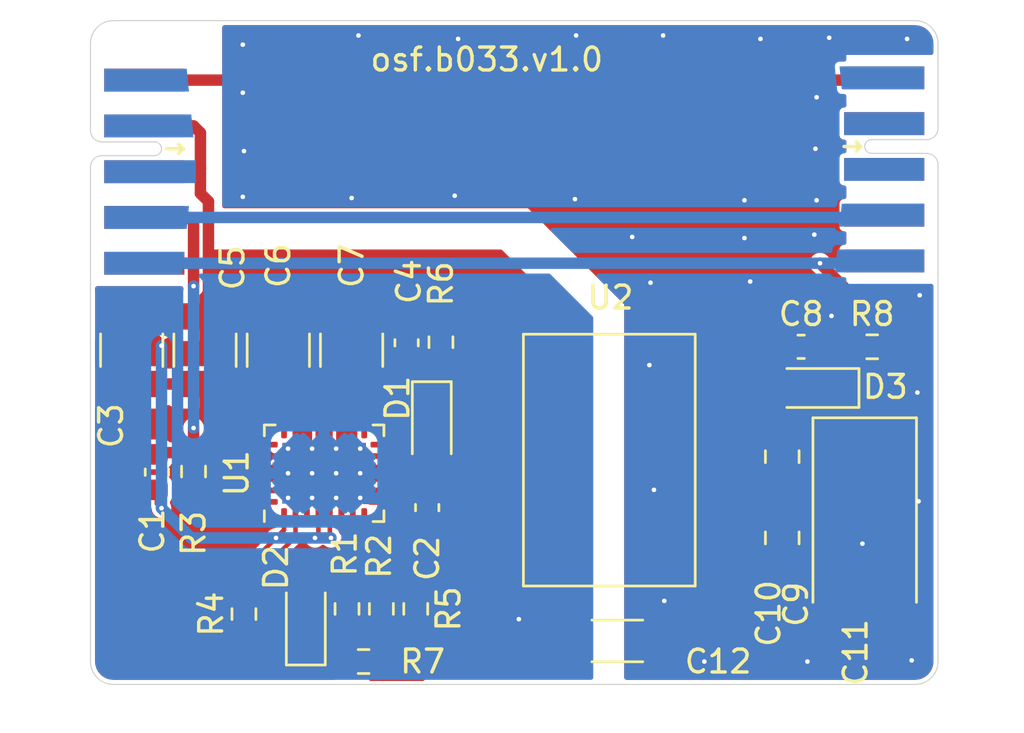
<source format=kicad_pcb>
(kicad_pcb (version 20211014) (generator pcbnew)
  (layers (0 "F.Cu" signal) (31 "B.Cu" signal) (34 "B.Paste" user) (35 "F.Paste" user) (36 "B.SilkS" user "B.Silkscreen") (37 "F.SilkS" user "F.Silkscreen") (38 "B.Mask" user) (39 "F.Mask" user) (44 "Edge.Cuts" user))
  (net 0 "")
  (net 1 "GND")
  (net 2 "Net-(C4-Pad1)")
  (net 3 "Net-(C2-Pad1)")
  (net 4 "/Controller/PoE-")
  (net 5 "/Controller/PoE+")
  (net 6 "/Controller/GNDPWR")
  (net 8 "Net-(C8-Pad2)")
  (net 9 "Net-(C8-Pad1)")
  (net 10 "/Controller/5V")
  (net 11 "Net-(D1-Pad2)")
  (net 12 "Net-(D2-Pad2)")
  (net 13 "Net-(D2-Pad1)")
  (net 16 "Net-(J2-Pad9)")
  (net 23 "Net-(R1-Pad2)")
  (net 24 "Net-(R3-Pad1)")
  (net 25 "Net-(R4-Pad2)")
  (net 26 "Net-(R5-Pad1)")
  (footprint "on_edge:on_edge_2x05_device" (layer "F.Cu") (at 77 80.6 -90)
    (fp_text reference "J1")
    (fp_text value "013_PoE_rectified")
    (fp_line (start -1 -4.05) (end -1 -3.323) (layer "F.SilkS") (width 0.153))
    (fp_line (start -1.2 -3.85) (end -1 -4.05) (layer "F.SilkS") (width 0.153))
    (fp_line (start -1 -4.05) (end -0.8 -3.85) (layer "F.SilkS") (width 0.153))
    (fp_line (start -0.2 0) (end 4 0) (layer "Edge.Cuts") (width 0.05))
    (fp_line (start -1.3 -2.8) (end -1.3 -0.5) (layer "Edge.Cuts") (width 0.05))
    (fp_line (start -4 0) (end -1.8 0) (layer "Edge.Cuts") (width 0.05))
    (fp_line (start -0.7 -0.5) (end -0.7 -2.8) (layer "Edge.Cuts") (width 0.05))
    (fp_arc (start -0.2 0) (mid -0.553553 -0.146447) (end -0.7 -0.5) (layer "Edge.Cuts") (width 0.05))
    (fp_arc (start -1.3 -0.5) (mid -1.446447 -0.146447) (end -1.8 0) (layer "Edge.Cuts") (width 0.05))
    (fp_arc (start -1.3 -2.8) (mid -1 -3.1) (end -0.7 -2.8) (layer "Edge.Cuts") (width 0.05))
    (pad "1" smd rect (at -4 -2.35 90) (size 1 3.5) (layers "F.Cu" "F.Mask") (net 1 "GND"))
    (pad "2" smd rect (at -2 -2.35 270) (size 1 3.5) (layers "F.Cu" "F.Mask") (net 5 "/Controller/PoE+"))
    (pad "3" smd rect (at 0 -2.35 270) (size 1 3.5) (layers "F.Cu" "F.Mask") (net 5 "/Controller/PoE+"))
    (pad "4" smd rect (at 2 -2.35 90) (size 1 3.5) (layers "F.Cu" "F.Mask") (net 4 "/Controller/PoE-"))
    (pad "5" smd rect (at 4 -2.35 90) (size 1 3.5) (layers "F.Cu" "F.Mask") (net 4 "/Controller/PoE-"))
    (pad "6" smd custom (at -4 -2.4 270) (size 1 3.6) (layers "B.Cu" "B.Mask") (options (clearance outline) (anchor rect)) (primitives (gr_poly (pts (xy 0.5 -1.8) (xy 0.5 -1.9) (xy -0.5 -1.8)) (width 0) (fill yes))))
    (pad "7" smd custom (at -2 -2.1 270) (size 1 3) (layers "B.Cu" "B.Mask") (options (clearance outline) (anchor rect)) (primitives (gr_poly (pts (xy 0.3 -0.51) (xy 0.31 -0.62) (xy 0.33 -0.7) (xy 0.35 -0.76) (xy 0.37 -0.81) (xy 0.4 -0.86) (xy 0.44 -0.92) (xy 0.48 -0.97) (xy 0.5 -0.99) (xy 0.5 -2.4) (xy -0.5 -2.3) (xy -0.5 1.5) (xy 0.3 1.5)) (width 0) (fill yes))))
    (pad "8" smd rect (at 0 -2.6 270) (size 1 4) (layers "B.Cu" "B.Mask"))
    (pad "9" smd custom (at 2 -2.4 270) (size 1 3.6) (layers "B.Cu" "B.Mask") (net 16 "Net-(J2-Pad9)") (options (clearance outline) (anchor rect)) (primitives (gr_poly (pts (xy -0.5 -1.8) (xy -0.5 -1.9) (xy 0.5 -1.8)) (width 0) (fill yes))))
    (pad "10" smd custom (at 4 -2.3 270) (size 1 3.4) (layers "B.Cu" "B.Mask") (net 10 "/Controller/5V") (options (clearance outline) (anchor rect)) (primitives (gr_poly (pts (xy -0.5 -1.7) (xy -0.5 -1.8) (xy 0.5 -1.7)) (width 0) (fill yes))))
    (zone (net 0) (net_name "") (layers F&B.Cu) (connect_pads (clearance 0)) (min_thickness 0.254)
      (keepout (tracks allowed) (vias not_allowed) (pads allowed) (copperpour not_allowed) (footprints not_allowed))
      (fill (thermal_gap 0.508) (thermal_bridge_width 0.508))
      (polygon (pts (xy 77 85.6) (xy 77 75.6) (xy 81 75.6) (xy 81 85.6)))
    )
  )
  (footprint "Capacitor_SMD:C_0603_1608Metric" (layer "F.Cu") (at 79.9 93.725 90)
    (fp_text reference "C1" (at -2.575 -0.2 90) (layer "F.SilkS"))
    (fp_text value "100n")
    (fp_line (start -0.14058 0.51) (end 0.14058 0.51) (layer "F.SilkS") (width 0.12))
    (fp_line (start -0.14058 -0.51) (end 0.14058 -0.51) (layer "F.SilkS") (width 0.12))
    (pad "1" smd roundrect (at -0.775 0 90) (size 0.9 0.95) (layers "F.Cu" "F.Paste" "F.Mask") (net 5 "/Controller/PoE+"))
    (pad "2" smd roundrect (at 0.775 0 90) (size 0.9 0.95) (layers "F.Cu" "F.Paste" "F.Mask") (net 4 "/Controller/PoE-"))
  )
  (footprint "Capacitor_SMD:C_0603_1608Metric" (layer "F.Cu") (at 91.7 95.275 -90)
    (fp_text reference "C2" (at 2.225 0 90) (layer "F.SilkS"))
    (fp_text value "100n")
    (fp_line (start -0.14058 0.51) (end 0.14058 0.51) (layer "F.SilkS") (width 0.12))
    (fp_line (start -0.14058 -0.51) (end 0.14058 -0.51) (layer "F.SilkS") (width 0.12))
    (pad "1" smd roundrect (at -0.775 0 270) (size 0.9 0.95) (layers "F.Cu" "F.Paste" "F.Mask") (net 3 "Net-(C2-Pad1)"))
    (pad "2" smd roundrect (at 0.775 0 270) (size 0.9 0.95) (layers "F.Cu" "F.Paste" "F.Mask") (net 6 "/Controller/GNDPWR"))
  )
  (footprint "Capacitor_SMD:C_1210_3225Metric" (layer "F.Cu") (at 78.8 88.4 -90)
    (fp_text reference "C3" (at 3.3 0.9 -270) (layer "F.SilkS"))
    (fp_text value "2.2uF")
    (fp_line (start -0.711252 -1.36) (end 0.711252 -1.36) (layer "F.SilkS") (width 0.12))
    (fp_line (start -0.711252 1.36) (end 0.711252 1.36) (layer "F.SilkS") (width 0.12))
    (pad "1" smd roundrect (at -1.475 0 270) (size 1.15 2.7) (layers "F.Cu" "F.Paste" "F.Mask") (roundrect_rratio 0.217391) (net 5 "/Controller/PoE+"))
    (pad "2" smd roundrect (at 1.475 0 270) (size 1.15 2.7) (layers "F.Cu" "F.Paste" "F.Mask") (roundrect_rratio 0.217391) (net 6 "/Controller/GNDPWR"))
  )
  (footprint "Capacitor_SMD:C_0603_1608Metric" (layer "F.Cu") (at 90.8 88.075 90)
    (fp_text reference "C4" (at 2.675 0.1 90) (layer "F.SilkS"))
    (fp_text value "10nF")
    (fp_line (start -0.14058 0.51) (end 0.14058 0.51) (layer "F.SilkS") (width 0.12))
    (fp_line (start -0.14058 -0.51) (end 0.14058 -0.51) (layer "F.SilkS") (width 0.12))
    (pad "1" smd roundrect (at -0.775 0 90) (size 0.9 0.95) (layers "F.Cu" "F.Paste" "F.Mask") (net 2 "Net-(C4-Pad1)"))
    (pad "2" smd roundrect (at 0.775 0 90) (size 0.9 0.95) (layers "F.Cu" "F.Paste" "F.Mask") (net 5 "/Controller/PoE+"))
  )
  (footprint "Capacitor_SMD:C_1210_3225Metric" (layer "F.Cu") (at 82 88.4 -90)
    (fp_text reference "C5" (at -3.6 -1.2 -270) (layer "F.SilkS"))
    (fp_text value "2.2uF")
    (fp_line (start -0.711252 1.36) (end 0.711252 1.36) (layer "F.SilkS") (width 0.12))
    (fp_line (start -0.711252 -1.36) (end 0.711252 -1.36) (layer "F.SilkS") (width 0.12))
    (pad "1" smd roundrect (at -1.475 0 270) (size 1.15 2.7) (layers "F.Cu" "F.Paste" "F.Mask") (roundrect_rratio 0.217391) (net 5 "/Controller/PoE+"))
    (pad "2" smd roundrect (at 1.475 0 270) (size 1.15 2.7) (layers "F.Cu" "F.Paste" "F.Mask") (roundrect_rratio 0.217391) (net 6 "/Controller/GNDPWR"))
  )
  (footprint "Capacitor_SMD:C_1210_3225Metric" (layer "F.Cu") (at 85.2 88.4 -90)
    (fp_text reference "C6" (at -3.7 0 -270) (layer "F.SilkS"))
    (fp_text value "2.2uF")
    (fp_line (start -0.711252 -1.36) (end 0.711252 -1.36) (layer "F.SilkS") (width 0.12))
    (fp_line (start -0.711252 1.36) (end 0.711252 1.36) (layer "F.SilkS") (width 0.12))
    (pad "1" smd roundrect (at -1.475 0 270) (size 1.15 2.7) (layers "F.Cu" "F.Paste" "F.Mask") (roundrect_rratio 0.217391) (net 5 "/Controller/PoE+"))
    (pad "2" smd roundrect (at 1.475 0 270) (size 1.15 2.7) (layers "F.Cu" "F.Paste" "F.Mask") (roundrect_rratio 0.217391) (net 6 "/Controller/GNDPWR"))
  )
  (footprint "Capacitor_SMD:C_1210_3225Metric" (layer "F.Cu") (at 88.4 88.4 -90)
    (fp_text reference "C7" (at -3.7 0 -270) (layer "F.SilkS"))
    (fp_text value "2.2uF")
    (fp_line (start -0.711252 -1.36) (end 0.711252 -1.36) (layer "F.SilkS") (width 0.12))
    (fp_line (start -0.711252 1.36) (end 0.711252 1.36) (layer "F.SilkS") (width 0.12))
    (pad "1" smd roundrect (at -1.475 0 270) (size 1.15 2.7) (layers "F.Cu" "F.Paste" "F.Mask") (roundrect_rratio 0.217391) (net 5 "/Controller/PoE+"))
    (pad "2" smd roundrect (at 1.475 0 270) (size 1.15 2.7) (layers "F.Cu" "F.Paste" "F.Mask") (roundrect_rratio 0.217391) (net 6 "/Controller/GNDPWR"))
  )
  (footprint "Capacitor_SMD:C_0603_1608Metric" (layer "F.Cu") (at 108.025 88.25)
    (fp_text reference "C8" (at 0 -1.43) (layer "F.SilkS"))
    (fp_text value "10n")
    (fp_line (start -0.14058 0.51) (end 0.14058 0.51) (layer "F.SilkS") (width 0.12))
    (fp_line (start -0.14058 -0.51) (end 0.14058 -0.51) (layer "F.SilkS") (width 0.12))
    (pad "1" smd roundrect (at -0.775 0) (size 0.9 0.95) (layers "F.Cu" "F.Paste" "F.Mask") (net 9 "Net-(C8-Pad1)"))
    (pad "2" smd roundrect (at 0.775 0) (size 0.9 0.95) (layers "F.Cu" "F.Paste" "F.Mask") (net 8 "Net-(C8-Pad2)"))
  )
  (footprint "Capacitor_SMD:C_0805_2012Metric" (layer "F.Cu") (at 107.2 93.05 -90)
    (fp_text reference "C9" (at 6.45 -0.6 90) (layer "F.SilkS"))
    (fp_text value "22uF")
    (fp_line (start -0.261252 -0.735) (end 0.261252 -0.735) (layer "F.SilkS") (width 0.12))
    (fp_line (start -0.261252 0.735) (end 0.261252 0.735) (layer "F.SilkS") (width 0.12))
    (pad "1" smd roundrect (at -0.95 0 270) (size 1 1.45) (layers "F.Cu" "F.Paste" "F.Mask") (net 10 "/Controller/5V"))
    (pad "2" smd roundrect (at 0.95 0 270) (size 1 1.45) (layers "F.Cu" "F.Paste" "F.Mask") (net 1 "GND"))
  )
  (footprint "Capacitor_SMD:C_0805_2012Metric" (layer "F.Cu") (at 107.2 96.6 -90)
    (fp_text reference "C10" (at 3.3 0.6 90) (layer "F.SilkS"))
    (fp_text value "22uF")
    (fp_line (start -0.261252 0.735) (end 0.261252 0.735) (layer "F.SilkS") (width 0.12))
    (fp_line (start -0.261252 -0.735) (end 0.261252 -0.735) (layer "F.SilkS") (width 0.12))
    (pad "1" smd roundrect (at -0.95 0 270) (size 1 1.45) (layers "F.Cu" "F.Paste" "F.Mask") (net 10 "/Controller/5V"))
    (pad "2" smd roundrect (at 0.95 0 270) (size 1 1.45) (layers "F.Cu" "F.Paste" "F.Mask") (net 1 "GND"))
  )
  (footprint "Capacitor_Tantalum_SMD:CP_EIA-7343-31_Kemet-D" (layer "F.Cu") (at 110.8 95.7625 -90)
    (fp_text reference "C11" (at 5.8375 0.4 90) (layer "F.SilkS"))
    (fp_text value "220u")
    (fp_line (start 3.65 -2.26) (end -4.41 -2.26) (layer "F.SilkS") (width 0.12))
    (fp_line (start -4.41 2.26) (end 3.65 2.26) (layer "F.SilkS") (width 0.12))
    (fp_line (start -4.41 -2.26) (end -4.41 2.26) (layer "F.SilkS") (width 0.12))
    (pad "1" smd roundrect (at -3.1125 0 270) (size 2.075 2.55) (layers "F.Cu" "F.Paste" "F.Mask") (roundrect_rratio 0.120482) (net 10 "/Controller/5V"))
    (pad "2" smd roundrect (at 3.1125 0 270) (size 2.075 2.55) (layers "F.Cu" "F.Paste" "F.Mask") (roundrect_rratio 0.120482) (net 1 "GND"))
  )
  (footprint "Diode_SMD:D_SOD-323_HandSoldering" (layer "F.Cu") (at 91.9 91.675 -90)
    (fp_text reference "D1" (at -1.175 1.5 90) (layer "F.SilkS"))
    (fp_text value "BAV21WS-HE3-18")
    (fp_line (start -1.9 -0.85) (end 1.25 -0.85) (layer "F.SilkS") (width 0.12))
    (fp_line (start -1.9 -0.85) (end -1.9 0.85) (layer "F.SilkS") (width 0.12))
    (fp_line (start -1.9 0.85) (end 1.25 0.85) (layer "F.SilkS") (width 0.12))
    (pad "1" smd rect (at -1.25 0 270) (size 1 1) (layers "F.Cu" "F.Paste" "F.Mask") (net 2 "Net-(C4-Pad1)"))
    (pad "2" smd rect (at 1.25 0 270) (size 1 1) (layers "F.Cu" "F.Paste" "F.Mask") (net 11 "Net-(D1-Pad2)"))
  )
  (footprint "Diode_SMD:D_SOD-323_HandSoldering" (layer "F.Cu") (at 86.4 100.25 90)
    (fp_text reference "D2" (at 2.35 -1.3 90) (layer "F.SilkS"))
    (fp_text value "1N4148")
    (fp_line (start -1.9 0.85) (end 1.25 0.85) (layer "F.SilkS") (width 0.12))
    (fp_line (start -1.9 -0.85) (end -1.9 0.85) (layer "F.SilkS") (width 0.12))
    (fp_line (start -1.9 -0.85) (end 1.25 -0.85) (layer "F.SilkS") (width 0.12))
    (pad "1" smd rect (at -1.25 0 90) (size 1 1) (layers "F.Cu" "F.Paste" "F.Mask") (net 13 "Net-(D2-Pad1)"))
    (pad "2" smd rect (at 1.25 0 90) (size 1 1) (layers "F.Cu" "F.Paste" "F.Mask") (net 12 "Net-(D2-Pad2)"))
  )
  (footprint "Diode_SMD:D_SOD-323_HandSoldering" (layer "F.Cu") (at 108.65 90.05 180)
    (fp_text reference "D3" (at -3.05 0.05) (layer "F.SilkS"))
    (fp_text value "CUS15S30,H3F")
    (fp_line (start -1.9 0.85) (end 1.25 0.85) (layer "F.SilkS") (width 0.12))
    (fp_line (start -1.9 -0.85) (end -1.9 0.85) (layer "F.SilkS") (width 0.12))
    (fp_line (start -1.9 -0.85) (end 1.25 -0.85) (layer "F.SilkS") (width 0.12))
    (pad "1" smd rect (at -1.25 0 180) (size 1 1) (layers "F.Cu" "F.Paste" "F.Mask") (net 10 "/Controller/5V"))
    (pad "2" smd rect (at 1.25 0 180) (size 1 1) (layers "F.Cu" "F.Paste" "F.Mask") (net 9 "Net-(C8-Pad1)"))
  )
  (footprint "on_edge:on_edge_2x05_host" (layer "F.Cu") (at 114 80.5 -90)
    (fp_text reference "J2")
    (fp_text value "003_power")
    (fp_line (start -1 4.1) (end -1 3.373) (layer "F.SilkS") (width 0.153))
    (fp_line (start -0.8 3.573) (end -1 3.373) (layer "F.SilkS") (width 0.153))
    (fp_line (start -1 3.373) (end -1.2 3.573) (layer "F.SilkS") (width 0.153))
    (fp_line (start -1.3 0.5) (end -1.3 2.9) (layer "Edge.Cuts") (width 0.05))
    (fp_line (start -4 0) (end -1.8 0) (layer "Edge.Cuts") (width 0.05))
    (fp_line (start -0.2 0) (end 4 0) (layer "Edge.Cuts") (width 0.05))
    (fp_line (start -0.7 2.9) (end -0.7 0.5) (layer "Edge.Cuts") (width 0.05))
    (fp_arc (start -1.8 0) (mid -1.446447 0.146447) (end -1.3 0.5) (layer "Edge.Cuts") (width 0.05))
    (fp_arc (start -0.7 0.5) (mid -0.553553 0.146447) (end -0.2 0) (layer "Edge.Cuts") (width 0.05))
    (fp_arc (start -0.7 2.9) (mid -1 3.2) (end -1.3 2.9) (layer "Edge.Cuts") (width 0.05))
    (pad "1" smd rect (at -4 2.35 270) (size 1 3.5) (layers "F.Cu" "F.Mask") (net 1 "GND"))
    (pad "2" smd rect (at -2 2.35 270) (size 1 3.5) (layers "F.Cu" "F.Mask"))
    (pad "3" smd rect (at 0 2.35 270) (size 1 3.5) (layers "F.Cu" "F.Mask"))
    (pad "4" smd rect (at 2 2.35 270) (size 1 3.5) (layers "F.Cu" "F.Mask"))
    (pad "5" smd rect (at 4 2.35 270) (size 1 3.5) (layers "F.Cu" "F.Mask"))
    (pad "6" smd custom (at -4 2.4 90) (size 1 3.6) (layers "B.Cu" "B.Mask") (options (clearance outline) (anchor rect)) (primitives (gr_poly (pts (xy 0.5 -1.8) (xy -0.5 -1.8) (xy 0.5 -1.9)) (width 0) (fill yes))))
    (pad "7" smd rect (at -2 2.35 90) (size 1 3.5) (layers "B.Cu" "B.Mask"))
    (pad "8" smd rect (at 0 2.35 90) (size 1 3.5) (layers "B.Cu" "B.Mask"))
    (pad "9" smd custom (at 2 2.4 90) (size 1 3.6) (layers "B.Cu" "B.Mask") (net 16 "Net-(J2-Pad9)") (options (clearance outline) (anchor rect)) (primitives (gr_poly (pts (xy 0.5 -1.8) (xy -0.5 -1.8) (xy -0.5 -1.9)) (width 0) (fill yes))))
    (pad "10" smd custom (at 4 2.5 90) (size 1 3.8) (layers "B.Cu" "B.Mask") (net 10 "/Controller/5V") (options (clearance outline) (anchor rect)) (primitives (gr_poly (pts (xy 0.5 -1.9) (xy -0.5 -1.9) (xy -0.5 -2)) (width 0) (fill yes))))
    (zone (net 0) (net_name "") (layers F&B.Cu) (connect_pads (clearance 0)) (min_thickness 0.254)
      (keepout (tracks allowed) (vias not_allowed) (pads allowed) (copperpour not_allowed) (footprints not_allowed))
      (fill (thermal_gap 0.508) (thermal_bridge_width 0.508))
      (polygon (pts (xy 110 85.5) (xy 110 75.5) (xy 114 75.5) (xy 114 85.5)))
    )
  )
  (footprint "Resistor_SMD:R_0603_1608Metric" (layer "F.Cu") (at 88.2 99.7 90)
    (fp_text reference "R1" (at 2.4 -0.1 90) (layer "F.SilkS"))
    (fp_text value "100k")
    (fp_line (start -0.237258 -0.5225) (end 0.237258 -0.5225) (layer "F.SilkS") (width 0.12))
    (fp_line (start -0.237258 0.5225) (end 0.237258 0.5225) (layer "F.SilkS") (width 0.12))
    (pad "1" smd roundrect (at -0.825 0 90) (size 0.8 0.95) (layers "F.Cu" "F.Paste" "F.Mask") (net 12 "Net-(D2-Pad2)"))
    (pad "2" smd roundrect (at 0.825 0 90) (size 0.8 0.95) (layers "F.Cu" "F.Paste" "F.Mask") (net 23 "Net-(R1-Pad2)"))
  )
  (footprint "Resistor_SMD:R_0603_1608Metric" (layer "F.Cu") (at 89.7 99.7 90)
    (fp_text reference "R2" (at 2.3 -0.1 90) (layer "F.SilkS"))
    (fp_text value "20k")
    (fp_line (start -0.237258 0.5225) (end 0.237258 0.5225) (layer "F.SilkS") (width 0.12))
    (fp_line (start -0.237258 -0.5225) (end 0.237258 -0.5225) (layer "F.SilkS") (width 0.12))
    (pad "1" smd roundrect (at -0.825 0 90) (size 0.8 0.95) (layers "F.Cu" "F.Paste" "F.Mask") (net 6 "/Controller/GNDPWR"))
    (pad "2" smd roundrect (at 0.825 0 90) (size 0.8 0.95) (layers "F.Cu" "F.Paste" "F.Mask") (net 23 "Net-(R1-Pad2)"))
  )
  (footprint "Resistor_SMD:R_0603_1608Metric" (layer "F.Cu") (at 81.5 93.7 90)
    (fp_text reference "R3" (at -2.7 0 90) (layer "F.SilkS"))
    (fp_text value "41.2R")
    (fp_line (start -0.237258 0.5225) (end 0.237258 0.5225) (layer "F.SilkS") (width 0.12))
    (fp_line (start -0.237258 -0.5225) (end 0.237258 -0.5225) (layer "F.SilkS") (width 0.12))
    (pad "1" smd roundrect (at -0.825 0 90) (size 0.8 0.95) (layers "F.Cu" "F.Paste" "F.Mask") (net 24 "Net-(R3-Pad1)"))
    (pad "2" smd roundrect (at 0.825 0 90) (size 0.8 0.95) (layers "F.Cu" "F.Paste" "F.Mask") (net 4 "/Controller/PoE-"))
  )
  (footprint "Resistor_SMD:R_0603_1608Metric" (layer "F.Cu") (at 83.7 99.925 90)
    (fp_text reference "R4" (at 0 -1.43 90) (layer "F.SilkS"))
    (fp_text value "24.9k")
    (fp_line (start -0.237258 -0.5225) (end 0.237258 -0.5225) (layer "F.SilkS") (width 0.12))
    (fp_line (start -0.237258 0.5225) (end 0.237258 0.5225) (layer "F.SilkS") (width 0.12))
    (pad "1" smd roundrect (at -0.825 0 90) (size 0.8 0.95) (layers "F.Cu" "F.Paste" "F.Mask") (net 5 "/Controller/PoE+"))
    (pad "2" smd roundrect (at 0.825 0 90) (size 0.8 0.95) (layers "F.Cu" "F.Paste" "F.Mask") (net 25 "Net-(R4-Pad2)"))
  )
  (footprint "Resistor_SMD:R_0603_1608Metric" (layer "F.Cu") (at 91.2 99.7 -90)
    (fp_text reference "R5" (at 0 -1.43 90) (layer "F.SilkS"))
    (fp_text value "52.3k")
    (fp_line (start -0.237258 0.5225) (end 0.237258 0.5225) (layer "F.SilkS") (width 0.12))
    (fp_line (start -0.237258 -0.5225) (end 0.237258 -0.5225) (layer "F.SilkS") (width 0.12))
    (pad "1" smd roundrect (at -0.825 0 270) (size 0.8 0.95) (layers "F.Cu" "F.Paste" "F.Mask") (net 26 "Net-(R5-Pad1)"))
    (pad "2" smd roundrect (at 0.825 0 270) (size 0.8 0.95) (layers "F.Cu" "F.Paste" "F.Mask") (net 6 "/Controller/GNDPWR"))
  )
  (footprint "Resistor_SMD:R_0603_1608Metric" (layer "F.Cu") (at 92.3 88.05 90)
    (fp_text reference "R6" (at 2.55 0 90) (layer "F.SilkS"))
    (fp_text value "10k")
    (fp_line (start -0.237258 -0.5225) (end 0.237258 -0.5225) (layer "F.SilkS") (width 0.12))
    (fp_line (start -0.237258 0.5225) (end 0.237258 0.5225) (layer "F.SilkS") (width 0.12))
    (pad "1" smd roundrect (at -0.825 0 90) (size 0.8 0.95) (layers "F.Cu" "F.Paste" "F.Mask") (net 2 "Net-(C4-Pad1)"))
    (pad "2" smd roundrect (at 0.825 0 90) (size 0.8 0.95) (layers "F.Cu" "F.Paste" "F.Mask") (net 5 "/Controller/PoE+"))
  )
  (footprint "Resistor_SMD:R_0603_1608Metric" (layer "F.Cu") (at 88.925 102)
    (fp_text reference "R7" (at 2.575 0) (layer "F.SilkS"))
    (fp_text value "5k")
    (fp_line (start -0.237258 0.5225) (end 0.237258 0.5225) (layer "F.SilkS") (width 0.12))
    (fp_line (start -0.237258 -0.5225) (end 0.237258 -0.5225) (layer "F.SilkS") (width 0.12))
    (pad "1" smd roundrect (at -0.825 0) (size 0.8 0.95) (layers "F.Cu" "F.Paste" "F.Mask") (net 13 "Net-(D2-Pad1)"))
    (pad "2" smd roundrect (at 0.825 0) (size 0.8 0.95) (layers "F.Cu" "F.Paste" "F.Mask") (net 3 "Net-(C2-Pad1)"))
  )
  (footprint "Resistor_SMD:R_0603_1608Metric" (layer "F.Cu") (at 111.125 88.25)
    (fp_text reference "R8" (at 0 -1.43) (layer "F.SilkS"))
    (fp_text value "20R")
    (fp_line (start -0.237258 -0.5225) (end 0.237258 -0.5225) (layer "F.SilkS") (width 0.12))
    (fp_line (start -0.237258 0.5225) (end 0.237258 0.5225) (layer "F.SilkS") (width 0.12))
    (pad "1" smd roundrect (at -0.825 0) (size 0.8 0.95) (layers "F.Cu" "F.Paste" "F.Mask") (net 8 "Net-(C8-Pad2)"))
    (pad "2" smd roundrect (at 0.825 0) (size 0.8 0.95) (layers "F.Cu" "F.Paste" "F.Mask") (net 10 "/Controller/5V"))
  )
  (footprint "Package_DFN_QFN:QFN-28-1EP_4x5mm_P0.5mm_EP2.65x3.65mm_ThermalVias" (layer "F.Cu") (at 87.2 93.775 90)
    (fp_text reference "U1" (at 0 -3.82 90) (layer "F.SilkS"))
    (fp_text value "MP8007")
    (fp_line (start 2.11 2.61) (end 2.11 2.135) (layer "F.SilkS") (width 0.12))
    (fp_line (start 1.635 -2.61) (end 2.11 -2.61) (layer "F.SilkS") (width 0.12))
    (fp_line (start -1.635 -2.61) (end -2.11 -2.61) (layer "F.SilkS") (width 0.12))
    (fp_line (start 2.11 -2.61) (end 2.11 -2.135) (layer "F.SilkS") (width 0.12))
    (fp_line (start -1.635 2.61) (end -2.11 2.61) (layer "F.SilkS") (width 0.12))
    (fp_line (start 1.635 2.61) (end 2.11 2.61) (layer "F.SilkS") (width 0.12))
    (fp_line (start -2.11 2.61) (end -2.11 2.135) (layer "F.SilkS") (width 0.12))
    (pad "1" smd roundrect (at -1.95 -1.75 90) (size 0.85 0.25) (layers "F.Cu" "F.Paste" "F.Mask") (net 5 "/Controller/PoE+"))
    (pad "2" smd roundrect (at -1.95 -1.25 90) (size 0.85 0.25) (layers "F.Cu" "F.Paste" "F.Mask") (net 25 "Net-(R4-Pad2)"))
    (pad "3" smd roundrect (at -1.95 -0.75 90) (size 0.85 0.25) (layers "F.Cu" "F.Paste" "F.Mask"))
    (pad "4" smd roundrect (at -1.95 -0.25 90) (size 0.85 0.25) (layers "F.Cu" "F.Paste" "F.Mask") (net 5 "/Controller/PoE+"))
    (pad "5" smd roundrect (at -1.95 0.25 90) (size 0.85 0.25) (layers "F.Cu" "F.Paste" "F.Mask") (net 5 "/Controller/PoE+"))
    (pad "6" smd roundrect (at -1.95 0.75 90) (size 0.85 0.25) (layers "F.Cu" "F.Paste" "F.Mask") (net 6 "/Controller/GNDPWR"))
    (pad "7" smd roundrect (at -1.95 1.25 90) (size 0.85 0.25) (layers "F.Cu" "F.Paste" "F.Mask") (net 23 "Net-(R1-Pad2)"))
    (pad "8" smd roundrect (at -1.95 1.75 90) (size 0.85 0.25) (layers "F.Cu" "F.Paste" "F.Mask") (net 26 "Net-(R5-Pad1)"))
    (pad "9" smd roundrect (at -1.25 2.45 90) (size 0.25 0.85) (layers "F.Cu" "F.Paste" "F.Mask") (net 6 "/Controller/GNDPWR"))
    (pad "10" smd roundrect (at -0.75 2.45 90) (size 0.25 0.85) (layers "F.Cu" "F.Paste" "F.Mask") (net 3 "Net-(C2-Pad1)"))
    (pad "11" smd roundrect (at -0.25 2.45 90) (size 0.25 0.85) (layers "F.Cu" "F.Paste" "F.Mask"))
    (pad "12" smd roundrect (at 0.25 2.45 90) (size 0.25 0.85) (layers "F.Cu" "F.Paste" "F.Mask") (net 11 "Net-(D1-Pad2)"))
    (pad "13" smd roundrect (at 0.75 2.45 90) (size 0.25 0.85) (layers "F.Cu" "F.Paste" "F.Mask") (net 11 "Net-(D1-Pad2)"))
    (pad "14" smd roundrect (at 1.25 2.45 90) (size 0.25 0.85) (layers "F.Cu" "F.Paste" "F.Mask"))
    (pad "15" smd roundrect (at 1.95 1.75 90) (size 0.85 0.25) (layers "F.Cu" "F.Paste" "F.Mask"))
    (pad "16" smd roundrect (at 1.95 1.25 90) (size 0.85 0.25) (layers "F.Cu" "F.Paste" "F.Mask") (net 6 "/Controller/GNDPWR"))
    (pad "17" smd roundrect (at 1.95 0.75 90) (size 0.85 0.25) (layers "F.Cu" "F.Paste" "F.Mask") (net 6 "/Controller/GNDPWR"))
    (pad "18" smd roundrect (at 1.95 0.25 90) (size 0.85 0.25) (layers "F.Cu" "F.Paste" "F.Mask"))
    (pad "19" smd roundrect (at 1.95 -0.25 90) (size 0.85 0.25) (layers "F.Cu" "F.Paste" "F.Mask"))
    (pad "20" smd roundrect (at 1.95 -0.75 90) (size 0.85 0.25) (layers "F.Cu" "F.Paste" "F.Mask") (net 6 "/Controller/GNDPWR"))
    (pad "21" smd roundrect (at 1.95 -1.25 90) (size 0.85 0.25) (layers "F.Cu" "F.Paste" "F.Mask") (net 6 "/Controller/GNDPWR"))
    (pad "22" smd roundrect (at 1.95 -1.75 90) (size 0.85 0.25) (layers "F.Cu" "F.Paste" "F.Mask"))
    (pad "23" smd roundrect (at 1.25 -2.45 90) (size 0.25 0.85) (layers "F.Cu" "F.Paste" "F.Mask") (net 4 "/Controller/PoE-"))
    (pad "24" smd roundrect (at 0.75 -2.45 90) (size 0.25 0.85) (layers "F.Cu" "F.Paste" "F.Mask") (net 4 "/Controller/PoE-"))
    (pad "25" smd roundrect (at 0.25 -2.45 90) (size 0.25 0.85) (layers "F.Cu" "F.Paste" "F.Mask") (net 4 "/Controller/PoE-"))
    (pad "26" smd roundrect (at -0.25 -2.45 90) (size 0.25 0.85) (layers "F.Cu" "F.Paste" "F.Mask") (net 24 "Net-(R3-Pad1)"))
    (pad "27" smd roundrect (at -0.75 -2.45 90) (size 0.25 0.85) (layers "F.Cu" "F.Paste" "F.Mask"))
    (pad "28" smd roundrect (at -1.25 -2.45 90) (size 0.25 0.85) (layers "F.Cu" "F.Paste" "F.Mask"))
    (pad "29" smd rect (at 0 0 90) (size 2.65 3.65) (layers "B.Cu") (net 6 "/Controller/GNDPWR"))
    (pad "29" thru_hole circle (at -1.075 0.525 90) (size 0.5 0.5) (drill 0.2) (layers *.Cu) (net 6 "/Controller/GNDPWR"))
    (pad "29" thru_hole circle (at 1.075 1.575 90) (size 0.5 0.5) (drill 0.2) (layers *.Cu) (net 6 "/Controller/GNDPWR"))
    (pad "29" thru_hole circle (at 0 -0.525 90) (size 0.5 0.5) (drill 0.2) (layers *.Cu) (net 6 "/Controller/GNDPWR"))
    (pad "29" thru_hole circle (at 0 -1.575 90) (size 0.5 0.5) (drill 0.2) (layers *.Cu) (net 6 "/Controller/GNDPWR"))
    (pad "29" thru_hole circle (at 1.075 0.525 90) (size 0.5 0.5) (drill 0.2) (layers *.Cu) (net 6 "/Controller/GNDPWR"))
    (pad "29" thru_hole circle (at -1.075 1.575 90) (size 0.5 0.5) (drill 0.2) (layers *.Cu) (net 6 "/Controller/GNDPWR"))
    (pad "29" thru_hole circle (at -1.075 -1.575 90) (size 0.5 0.5) (drill 0.2) (layers *.Cu) (net 6 "/Controller/GNDPWR"))
    (pad "29" thru_hole circle (at 1.075 -0.525 90) (size 0.5 0.5) (drill 0.2) (layers *.Cu) (net 6 "/Controller/GNDPWR"))
    (pad "29" thru_hole circle (at -1.075 -0.525 90) (size 0.5 0.5) (drill 0.2) (layers *.Cu) (net 6 "/Controller/GNDPWR"))
    (pad "29" smd rect (at 0 0 90) (size 2.65 3.65) (layers "F.Cu" "F.Mask") (net 6 "/Controller/GNDPWR"))
    (pad "29" thru_hole circle (at 0 1.575 90) (size 0.5 0.5) (drill 0.2) (layers *.Cu) (net 6 "/Controller/GNDPWR"))
    (pad "29" thru_hole circle (at 1.075 -1.575 90) (size 0.5 0.5) (drill 0.2) (layers *.Cu) (net 6 "/Controller/GNDPWR"))
    (pad "29" thru_hole circle (at 0 0.525 90) (size 0.5 0.5) (drill 0.2) (layers *.Cu) (net 6 "/Controller/GNDPWR"))
  )
  (footprint "b033:Transformer_Coilcraft_POE30P" (layer "F.Cu") (at 99.7 93.2)
    (fp_text reference "U2" (at 0 -7.1) (layer "F.SilkS"))
    (fp_text value "POE30P-50L")
    (fp_line (start -3.8 5.5) (end 3.7 5.5) (layer "F.SilkS") (width 0.12))
    (fp_line (start -3.8 -5.5) (end -3.8 5.5) (layer "F.SilkS") (width 0.12))
    (fp_line (start 3.7 5.5) (end 3.7 -5.5) (layer "F.SilkS") (width 0.12))
    (fp_line (start 3.7 -5.5) (end -3.8 -5.5) (layer "F.SilkS") (width 0.12))
    (pad "1" smd rect (at -5.1 3.75) (size 2.03 1.27) (layers "F.Cu" "F.Paste" "F.Mask") (net 6 "/Controller/GNDPWR"))
    (pad "2" smd rect (at -5.1 1.25) (size 2.03 1.27) (layers "F.Cu" "F.Paste" "F.Mask") (net 12 "Net-(D2-Pad2)"))
    (pad "3" smd rect (at -5.1 -1.25) (size 2.03 1.27) (layers "F.Cu" "F.Paste" "F.Mask") (net 11 "Net-(D1-Pad2)"))
    (pad "4" smd rect (at -5.1 -3.75) (size 2.03 1.27) (layers "F.Cu" "F.Paste" "F.Mask") (net 5 "/Controller/PoE+"))
    (pad "5" smd rect (at 5.1 -3.75) (size 2.03 1.27) (layers "F.Cu" "F.Paste" "F.Mask") (net 9 "Net-(C8-Pad1)"))
    (pad "6" smd rect (at 5.1 -1.25) (size 2.03 1.27) (layers "F.Cu" "F.Paste" "F.Mask") (net 9 "Net-(C8-Pad1)"))
    (pad "7" smd rect (at 5.1 1.25) (size 2.03 1.27) (layers "F.Cu" "F.Paste" "F.Mask") (net 1 "GND"))
    (pad "8" smd rect (at 5.1 3.75) (size 2.03 1.27) (layers "F.Cu" "F.Paste" "F.Mask") (net 1 "GND"))
  )
  (footprint "Capacitor_SMD:C_1806_4516Metric" (layer "F.Cu") (at 100 101.1 180)
    (fp_text reference "C12" (at -4.4 -0.9) (layer "F.SilkS"))
    (fp_text value "1nF")
    (fp_line (start -1.111252 0.91) (end 1.111252 0.91) (layer "F.SilkS") (width 0.12))
    (fp_line (start -1.111252 -0.91) (end 1.111252 -0.91) (layer "F.SilkS") (width 0.12))
    (pad "1" smd roundrect locked (at -2 0 180) (size 1.4 1.8) (layers "F.Cu" "F.Paste" "F.Mask") (roundrect_rratio 0.178571) (net 1 "GND"))
    (pad "2" smd roundrect locked (at 2 0 180) (size 1.4 1.8) (layers "F.Cu" "F.Paste" "F.Mask") (roundrect_rratio 0.178571) (net 6 "/Controller/GNDPWR"))
  )
  (gr_line (start 113 103) (end 78 103) (layer "Edge.Cuts") (width 0.05))
  (gr_line (start 77 102) (end 77 84.6) (layer "Edge.Cuts") (width 0.05))
  (gr_line (start 78 74) (end 113 74) (layer "Edge.Cuts") (width 0.05))
  (gr_line (start 114 76.5) (end 114 75) (layer "Edge.Cuts") (width 0.05))
  (gr_line (start 77 76.6) (end 77 75) (layer "Edge.Cuts") (width 0.05))
  (gr_arc (start 78 103) (mid 77.292893 102.707107) (end 77 102) (layer "Edge.Cuts") (width 0.05))
  (gr_arc (start 77 75) (mid 77.292893 74.292893) (end 78 74) (layer "Edge.Cuts") (width 0.05))
  (gr_arc (start 113 74) (mid 113.707107 74.292893) (end 114 75) (layer "Edge.Cuts") (width 0.05))
  (gr_line (start 114 102) (end 114 84.5) (layer "Edge.Cuts") (width 0.05))
  (gr_arc (start 114 102) (mid 113.707107 102.707107) (end 113 103) (layer "Edge.Cuts") (width 0.05))
  (gr_text "osf.b033.v1.0" (at 94.3 75.7) (layer "F.SilkS") (effects (font (size 1 1))))
  (segment (start 102 101.1) (end 104.8 98.3) (width 0.5) (layer "F.Cu") (net 1))
  (segment (start 102.95 76.6) (end 111.55 76.6) (width 0.5) (layer "F.Cu") (net 1))
  (segment (start 104.8 96.95) (end 105.25 96.95) (width 0.5) (layer "F.Cu") (net 1))
  (segment (start 108.525 98.875) (end 107.2 97.55) (width 0.5) (layer "F.Cu") (net 1))
  (segment (start 104.8 98.3) (end 104.8 96.95) (width 0.5) (layer "F.Cu") (net 1))
  (segment (start 106 97.7) (end 107.05 97.7) (width 0.5) (layer "F.Cu") (net 1))
  (segment (start 105.25 94) (end 104.8 94.45) (width 0.5) (layer "F.Cu") (net 1))
  (segment (start 105.25 96.95) (end 106 97.7) (width 0.5) (layer "F.Cu") (net 1))
  (segment (start 103 92.65) (end 103 76.65) (width 0.5) (layer "F.Cu") (net 1))
  (segment (start 104.8 96.95) (end 104.8 94.45) (width 0.5) (layer "F.Cu") (net 1))
  (segment (start 107.2 94) (end 105.25 94) (width 0.5) (layer "F.Cu") (net 1))
  (segment (start 107.05 97.7) (end 107.2 97.55) (width 0.5) (layer "F.Cu") (net 1))
  (segment (start 111.55 76.6) (end 111.65 76.5) (width 0.5) (layer "F.Cu") (net 1))
  (segment (start 103 76.65) (end 102.95 76.6) (width 0.5) (layer "F.Cu") (net 1))
  (segment (start 79.35 76.6) (end 102.95 76.6) (width 0.5) (layer "F.Cu") (net 1))
  (segment (start 104.8 94.45) (end 103 92.65) (width 0.5) (layer "F.Cu") (net 1))
  (segment (start 110.8 98.875) (end 108.525 98.875) (width 0.5) (layer "F.Cu") (net 1))
  (via (at 108.3 102) (size 0.45) (drill 0.2) (layers "F.Cu" "B.Cu") (net 1))
  (via (at 101.45 85.45) (size 0.45) (drill 0.2) (layers "F.Cu" "B.Cu") (net 1))
  (via (at 108.65 79.6) (size 0.45) (drill 0.2) (layers "F.Cu" "B.Cu") (net 1))
  (via (at 110.7 96.85) (size 0.45) (drill 0.2) (layers "F.Cu" "B.Cu") (net 1))
  (via (at 106.25 74.8) (size 0.45) (drill 0.2) (layers "F.Cu" "B.Cu") (net 1))
  (via (at 113.2 86) (size 0.45) (drill 0.2) (layers "F.Cu" "B.Cu") (net 1))
  (via (at 88.4 81.75) (size 0.45) (drill 0.2) (layers "F.Cu" "B.Cu") (net 1))
  (via (at 108.7 81.85) (size 0.45) (drill 0.2) (layers "F.Cu" "B.Cu") (net 1))
  (via (at 105.8 85.4) (size 0.45) (drill 0.2) (layers "F.Cu" "B.Cu") (net 1))
  (via (at 102 74.65) (size 0.45) (drill 0.2) (layers "F.Cu" "B.Cu") (net 1))
  (via (at 83.65 75.05) (size 0.45) (drill 0.2) (layers "F.Cu" "B.Cu") (net 1))
  (via (at 108.6 83.35) (size 0.45) (drill 0.2) (layers "F.Cu" "B.Cu") (net 1))
  (via (at 101.4 89.05) (size 0.45) (drill 0.2) (layers "F.Cu" "B.Cu") (net 1))
  (via (at 102.05 99.35) (size 0.45) (drill 0.2) (layers "F.Cu" "B.Cu") (net 1))
  (via (at 83.65 81.7) (size 0.45) (drill 0.2) (layers "F.Cu" "B.Cu") (net 1))
  (via (at 88.7 74.65) (size 0.45) (drill 0.2) (layers "F.Cu" "B.Cu") (net 1))
  (via (at 109.25 74.75) (size 0.45) (drill 0.2) (layers "F.Cu" "B.Cu") (net 1))
  (via (at 113.1 90.25) (size 0.45) (drill 0.2) (layers "F.Cu" "B.Cu") (net 1))
  (via (at 112.65 74.8) (size 0.45) (drill 0.2) (layers "F.Cu" "B.Cu") (net 1))
  (via (at 83.65 77.15) (size 0.45) (drill 0.2) (layers "F.Cu" "B.Cu") (net 1))
  (via (at 105.55 81.85) (size 0.45) (drill 0.2) (layers "F.Cu" "B.Cu") (net 1))
  (via (at 101.6 94.5) (size 0.45) (drill 0.2) (layers "F.Cu" "B.Cu") (net 1))
  (via (at 112.85 101.95) (size 0.45) (drill 0.2) (layers "F.Cu" "B.Cu") (net 1))
  (via (at 100.65 83.45) (size 0.45) (drill 0.2) (layers "F.Cu" "B.Cu") (net 1))
  (via (at 93.05 74.8) (size 0.45) (drill 0.2) (layers "F.Cu" "B.Cu") (net 1))
  (via (at 103.8 102) (size 0.45) (drill 0.2) (layers "F.Cu" "B.Cu") (net 1))
  (via (at 98.2 74.65) (size 0.45) (drill 0.2) (layers "F.Cu" "B.Cu") (net 1))
  (via (at 113.15 95) (size 0.45) (drill 0.2) (layers "F.Cu" "B.Cu") (net 1))
  (via (at 108.7 77.35) (size 0.45) (drill 0.2) (layers "F.Cu" "B.Cu") (net 1))
  (via (at 105.55 83.5) (size 0.45) (drill 0.2) (layers "F.Cu" "B.Cu") (net 1))
  (via (at 83.7 79.7) (size 0.45) (drill 0.2) (layers "F.Cu" "B.Cu") (net 1))
  (via (at 92.9 81.65) (size 0.45) (drill 0.2) (layers "F.Cu" "B.Cu") (net 1))
  (via (at 109.35 86.9) (size 0.45) (drill 0.2) (layers "F.Cu" "B.Cu") (net 1))
  (via (at 98.15 81.8) (size 0.45) (drill 0.2) (layers "F.Cu" "B.Cu") (net 1))
  (segment (start 91.9 89.275) (end 92.3 88.875) (width 0.5) (layer "F.Cu") (net 2))
  (segment (start 91.9 90.425) (end 91.9 89.275) (width 0.5) (layer "F.Cu") (net 2))
  (segment (start 92.3 88.875) (end 90.825 88.875) (width 0.5) (layer "F.Cu") (net 2))
  (segment (start 90.825 88.875) (end 90.8 88.85) (width 0.5) (layer "F.Cu") (net 2))
  (segment (start 91.75 102) (end 89.75 102) (width 0.2) (layer "F.Cu") (net 3))
  (segment (start 91.7 94.5) (end 93.2 96) (width 0.2) (layer "F.Cu") (net 3))
  (segment (start 89.65 94.525) (end 91.675 94.525) (width 0.2) (layer "F.Cu") (net 3))
  (segment (start 95.8 96) (end 95.865 96.065) (width 0.2) (layer "F.Cu") (net 3))
  (segment (start 95.865 97.885) (end 91.75 102) (width 0.2) (layer "F.Cu") (net 3))
  (segment (start 93.2 96) (end 95.8 96) (width 0.2) (layer "F.Cu") (net 3))
  (segment (start 91.675 94.525) (end 91.7 94.5) (width 0.2) (layer "F.Cu") (net 3))
  (segment (start 95.865 96.065) (end 95.865 97.885) (width 0.2) (layer "F.Cu") (net 3))
  (segment (start 84.175 93.275) (end 84.175 93.025) (width 0.2) (layer "F.Cu") (net 4))
  (segment (start 81.5 85.6) (end 81.5 84.5) (width 0.5) (layer "F.Cu") (net 4))
  (segment (start 84.75 93.025) (end 84.175 93.025) (width 0.5) (layer "F.Cu") (net 4))
  (segment (start 81.5 82.8) (end 81.5 84.5) (width 0.5) (layer "F.Cu") (net 4))
  (segment (start 81.5 92.875) (end 79.975 92.875) (width 0.5) (layer "F.Cu") (net 4))
  (segment (start 81.65 93.025) (end 81.5 92.875) (width 0.5) (layer "F.Cu") (net 4))
  (segment (start 81.5 92.875) (end 81.5 91.8) (width 0.5) (layer "F.Cu") (net 4))
  (segment (start 81.3 82.6) (end 81.5 82.8) (width 0.5) (layer "F.Cu") (net 4))
  (segment (start 84.175 92.725) (end 84.175 93.025) (width 0.2) (layer "F.Cu") (net 4))
  (segment (start 84.75 92.525) (end 84.375 92.525) (width 0.2) (layer "F.Cu") (net 4))
  (segment (start 81.4 84.6) (end 79.35 84.6) (width 0.5) (layer "F.Cu") (net 4))
  (segment (start 84.75 93.525) (end 84.425 93.525) (width 0.2) (layer "F.Cu") (net 4))
  (segment (start 84.175 93.025) (end 81.65 93.025) (width 0.5) (layer "F.Cu") (net 4))
  (segment (start 84.375 92.525) (end 84.175 92.725) (width 0.2) (layer "F.Cu") (net 4))
  (segment (start 84.425 93.525) (end 84.175 93.275) (width 0.2) (layer "F.Cu") (net 4))
  (segment (start 81.5 84.5) (end 81.4 84.6) (width 0.5) (layer "F.Cu") (net 4))
  (segment (start 79.975 92.875) (end 79.9 92.95) (width 0.5) (layer "F.Cu") (net 4))
  (segment (start 79.35 82.6) (end 81.3 82.6) (width 0.5) (layer "F.Cu") (net 4))
  (via (at 81.5 85.6) (size 0.45) (drill 0.2) (layers "F.Cu" "B.Cu") (net 4))
  (via (at 81.5 91.8) (size 0.45) (drill 0.2) (layers "F.Cu" "B.Cu") (net 4))
  (segment (start 81.5 91.8) (end 81.5 85.6) (width 0.5) (layer "B.Cu") (net 4))
  (segment (start 82 86.925) (end 85.2 86.925) (width 0.5) (layer "F.Cu") (net 5))
  (segment (start 79.35 78.6) (end 81.5 78.6) (width 0.5) (layer "F.Cu") (net 5))
  (segment (start 85.1 96.6) (end 83.4 98.3) (width 0.2) (layer "F.Cu") (net 5))
  (segment (start 81.65 80.6) (end 79.35 80.6) (width 0.5) (layer "F.Cu") (net 5))
  (segment (start 78.825 86.925) (end 80.1 88.2) (width 0.5) (layer "F.Cu") (net 5))
  (segment (start 83.2 98.3) (end 82.975 98.525) (width 0.2) (layer "F.Cu") (net 5))
  (segment (start 82.975 100.025) (end 83.7 100.75) (width 0.2) (layer "F.Cu") (net 5))
  (segment (start 81.8 80.45) (end 81.8 81.55) (width 0.5) (layer "F.Cu") (net 5))
  (segment (start 86.95 95.725) (end 86.95 96.45) (width 0.2) (layer "F.Cu") (net 5))
  (segment (start 92.375 87.225) (end 94.6 89.45) (width 0.5) (layer "F.Cu") (net 5))
  (segment (start 92.3 87.225) (end 92.375 87.225) (width 0.5) (layer "F.Cu") (net 5))
  (segment (start 81.8 78.9) (end 81.8 80.45) (width 0.5) (layer "F.Cu") (net 5))
  (segment (start 85.2 86.925) (end 88.4 86.925) (width 0.5) (layer "F.Cu") (net 5))
  (segment (start 90.8 87.3) (end 92.225 87.3) (width 0.5) (layer "F.Cu") (net 5))
  (segment (start 82.15 86.775) (end 82 86.925) (width 0.5) (layer "F.Cu") (net 5))
  (segment (start 85.45 95.725) (end 85.45 96.25) (width 0.2) (layer "F.Cu") (net 5))
  (segment (start 85.45 96.25) (end 85.1 96.6) (width 0.2) (layer "F.Cu") (net 5))
  (segment (start 78.8 86.925) (end 78.825 86.925) (width 0.5) (layer "F.Cu") (net 5))
  (segment (start 79.9 94.5) (end 79.9 95.1) (width 0.2) (layer "F.Cu") (net 5))
  (segment (start 90.425 86.925) (end 90.8 87.3) (width 0.5) (layer "F.Cu") (net 5))
  (segment (start 87.45 95.725) (end 87.45 96.55) (width 0.2) (layer "F.Cu") (net 5))
  (segment (start 88.4 86.925) (end 90.425 86.925) (width 0.5) (layer "F.Cu") (net 5))
  (segment (start 78.8 86.925) (end 82 86.925) (width 0.5) (layer "F.Cu") (net 5))
  (segment (start 79.9 95.1) (end 80.1 95.3) (width 0.2) (layer "F.Cu") (net 5))
  (segment (start 82.975 98.525) (end 82.975 100.025) (width 0.2) (layer "F.Cu") (net 5))
  (segment (start 92.225 87.3) (end 92.3 87.225) (width 0.5) (layer "F.Cu") (net 5))
  (segment (start 81.8 80.45) (end 81.65 80.6) (width 0.5) (layer "F.Cu") (net 5))
  (segment (start 82.15 81.9) (end 82.15 86.775) (width 0.5) (layer "F.Cu") (net 5))
  (segment (start 86.95 96.45) (end 86.8 96.6) (width 0.2) (layer "F.Cu") (net 5))
  (segment (start 83.4 98.3) (end 83.2 98.3) (width 0.2) (layer "F.Cu") (net 5))
  (segment (start 87.45 96.55) (end 87.5 96.6) (width 0.2) (layer "F.Cu") (net 5))
  (segment (start 81.5 78.6) (end 81.8 78.9) (width 0.5) (layer "F.Cu") (net 5))
  (segment (start 81.8 81.55) (end 82.15 81.9) (width 0.5) (layer "F.Cu") (net 5))
  (via (at 87.5 96.6) (size 0.45) (drill 0.2) (layers "F.Cu" "B.Cu") (net 5))
  (via (at 86.8 96.6) (size 0.45) (drill 0.2) (layers "F.Cu" "B.Cu") (net 5))
  (via (at 85.1 96.6) (size 0.45) (drill 0.2) (layers "F.Cu" "B.Cu") (net 5))
  (via (at 80.1 95.3) (size 0.45) (drill 0.2) (layers "F.Cu" "B.Cu") (net 5))
  (via (at 80.1 88.2) (size 0.45) (drill 0.2) (layers "F.Cu" "B.Cu") (net 5))
  (segment (start 85.1 96.6) (end 81.4 96.6) (width 0.5) (layer "B.Cu") (net 5))
  (segment (start 80.1 88.2) (end 80.1 95.3) (width 0.5) (layer "B.Cu") (net 5))
  (segment (start 81.4 96.6) (end 80.1 95.3) (width 0.5) (layer "B.Cu") (net 5))
  (segment (start 87.5 96.6) (end 86.8 96.6) (width 0.5) (layer "B.Cu") (net 5))
  (segment (start 86.8 96.6) (end 85.1 96.6) (width 0.5) (layer "B.Cu") (net 5))
  (segment (start 96.65 101.1) (end 95.7 100.15) (width 0.5) (layer "F.Cu") (net 6))
  (segment (start 87.975 90.725) (end 88.4 90.3) (width 0.5) (layer "F.Cu") (net 6))
  (segment (start 88.95 95.025) (end 88.775 94.85) (width 0.2) (layer "F.Cu") (net 6))
  (segment (start 82.525 90.725) (end 87.975 90.725) (width 0.5) (layer "F.Cu") (net 6))
  (segment (start 86.425 92.45) (end 86.425 91.1) (width 0.5) (layer "F.Cu") (net 6))
  (segment (start 92.6 96.95) (end 91.7 96.05) (width 0.5) (layer "F.Cu") (net 6))
  (segment (start 82 89.875) (end 82 90.2) (width 0.5) (layer "F.Cu") (net 6))
  (segment (start 87.95 95.725) (end 87.95 94.525) (width 0.2) (layer "F.Cu") (net 6))
  (segment (start 90.55 96.05) (end 90 95.5) (width 0.5) (layer "F.Cu") (net 6))
  (segment (start 87.95 94.525) (end 87.2 93.775) (width 0.2) (layer "F.Cu") (net 6))
  (segment (start 88.4 89.875) (end 88.4 92.575) (width 0.5) (layer "F.Cu") (net 6))
  (segment (start 89.65 95.025) (end 88.95 95.025) (width 0.2) (layer "F.Cu") (net 6))
  (segment (start 86.425 91.1) (end 85.2 89.875) (width 0.5) (layer "F.Cu") (net 6))
  (segment (start 86.1 90.775) (end 85.2 89.875) (width 0.5) (layer "F.Cu") (net 6))
  (segment (start 88.4 89.875) (end 85.2 89.875) (width 0.5) (layer "F.Cu") (net 6))
  (segment (start 88.4 90.3) (end 88.4 89.875) (width 0.5) (layer "F.Cu") (net 6))
  (segment (start 89.65 95.15) (end 90 95.5) (width 0.2) (layer "F.Cu") (net 6))
  (segment (start 82 89.875) (end 78.8 89.875) (width 0.5) (layer "F.Cu") (net 6))
  (segment (start 91.7 96.05) (end 90.55 96.05) (width 0.5) (layer "F.Cu") (net 6))
  (segment (start 88.4 92.575) (end 87.2 93.775) (width 0.5) (layer "F.Cu") (net 6))
  (segment (start 82 90.2) (end 82.525 90.725) (width 0.5) (layer "F.Cu") (net 6))
  (segment (start 85.625 92.7) (end 85.978553 92.7) (width 0.5) (layer "F.Cu") (net 6))
  (segment (start 89.7 100.525) (end 91.2 100.525) (width 0.2) (layer "F.Cu") (net 6))
  (segment (start 87.725 92.7) (end 87.975 92.45) (width 0.5) (layer "F.Cu") (net 6))
  (segment (start 98 101.1) (end 96.65 101.1) (width 0.5) (layer "F.Cu") (net 6))
  (segment (start 94.6 96.95) (end 92.6 96.95) (width 0.5) (layer "F.Cu") (net 6))
  (segment (start 86.675 92.7) (end 86.425 92.45) (width 0.5) (layer "F.Cu") (net 6))
  (segment (start 86.1 92.578553) (end 86.1 90.775) (width 0.5) (layer "F.Cu") (net 6))
  (segment (start 92.6 99.125) (end 92.6 96.95) (width 0.2) (layer "F.Cu") (net 6))
  (segment (start 85.978553 92.7) (end 86.1 92.578553) (width 0.5) (layer "F.Cu") (net 6))
  (segment (start 89.65 95.025) (end 89.65 95.15) (width 0.2) (layer "F.Cu") (net 6))
  (segment (start 87.975 92.45) (end 87.975 90.725) (width 0.5) (layer "F.Cu") (net 6))
  (segment (start 91.2 100.525) (end 92.6 99.125) (width 0.2) (layer "F.Cu") (net 6))
  (segment (start 85.2 89.875) (end 82 89.875) (width 0.5) (layer "F.Cu") (net 6))
  (via (at 95.7 100.15) (size 0.45) (drill 0.2) (layers "F.Cu" "B.Cu") (net 6))
  (segment (start 90.4 94.85) (end 88.775 94.85) (width 0.5) (layer "B.Cu") (net 6))
  (segment (start 95.7 100.15) (end 90.4 94.85) (width 0.5) (layer "B.Cu") (net 6))
  (segment (start 110.3 88.25) (end 108.8 88.25) (width 0.5) (layer "F.Cu") (net 8))
  (segment (start 107.25 88.25) (end 106.5 89) (width 0.5) (layer "F.Cu") (net 9))
  (segment (start 106.35 89.45) (end 104.8 89.45) (width 0.5) (layer "F.Cu") (net 9))
  (segment (start 104.8 91.95) (end 104.8 89.45) (width 0.5) (layer "F.Cu") (net 9))
  (segment (start 106.95 90.05) (end 106.35 89.45) (width 0.5) (layer "F.Cu") (net 9))
  (segment (start 106.5 89) (end 106.5 89.3) (width 0.5) (layer "F.Cu") (net 9))
  (segment (start 107.4 90.05) (end 106.95 90.05) (width 0.5) (layer "F.Cu") (net 9))
  (segment (start 106.5 89.3) (end 106.35 89.45) (width 0.5) (layer "F.Cu") (net 9))
  (segment (start 111.95 88.25) (end 111.95 87.7) (width 0.5) (layer "F.Cu") (net 10))
  (segment (start 111.95 88.25) (end 111.7 88.25) (width 0.5) (layer "F.Cu") (net 10))
  (segment (start 107.2 95.65) (end 107.8 95.65) (width 0.5) (layer "F.Cu") (net 10))
  (segment (start 110.25 92.1) (end 110.8 92.65) (width 0.5) (layer "F.Cu") (net 10))
  (segment (start 109.9 91.75) (end 110.8 92.65) (width 0.5) (layer "F.Cu") (net 10))
  (segment (start 107.8 95.65) (end 110.8 92.65) (width 0.5) (layer "F.Cu") (net 10))
  (segment (start 107.2 92.1) (end 110.25 92.1) (width 0.5) (layer "F.Cu") (net 10))
  (segment (start 111.7 88.25) (end 109.9 90.05) (width 0.5) (layer "F.Cu") (net 10))
  (segment (start 111.95 87.7) (end 108.85 84.6) (width 0.5) (layer "F.Cu") (net 10))
  (segment (start 109.9 90.05) (end 109.9 91.75) (width 0.5) (layer "F.Cu") (net 10))
  (via (at 108.85 84.6) (size 0.45) (drill 0.2) (layers "F.Cu" "B.Cu") (net 10))
  (segment (start 79.3 84.6) (end 108.85 84.6) (width 0.5) (layer "B.Cu") (net 10))
  (segment (start 108.85 84.6) (end 111.4 84.6) (width 0.5) (layer "B.Cu") (net 10))
  (segment (start 111.4 84.6) (end 111.5 84.5) (width 0.5) (layer "B.Cu") (net 10))
  (segment (start 90.375 93.025) (end 90.475 92.925) (width 0.15) (layer "F.Cu") (net 11))
  (segment (start 89.65 93.025) (end 90.375 93.025) (width 0.15) (layer "F.Cu") (net 11))
  (segment (start 92.875 91.95) (end 91.9 92.925) (width 0.5) (layer "F.Cu") (net 11))
  (segment (start 90.475 92.925) (end 90.2 93.2) (width 0.5) (layer "F.Cu") (net 11))
  (segment (start 89.65 93.525) (end 89.875 93.525) (width 0.15) (layer "F.Cu") (net 11))
  (segment (start 89.875 93.525) (end 90.2 93.2) (width 0.15) (layer "F.Cu") (net 11))
  (segment (start 94.6 91.95) (end 92.875 91.95) (width 0.5) (layer "F.Cu") (net 11))
  (segment (start 91.9 92.925) (end 90.475 92.925) (width 0.5) (layer "F.Cu") (net 11))
  (segment (start 88.2 100.525) (end 87.925 100.525) (width 0.2) (layer "F.Cu") (net 12))
  (segment (start 89.1 102.6) (end 89.25 102.75) (width 0.2) (layer "F.Cu") (net 12))
  (segment (start 91.494974 102.75) (end 96.215 98.029974) (width 0.2) (layer "F.Cu") (net 12))
  (segment (start 88.2 100.525) (end 89.1 101.425) (width 0.2) (layer "F.Cu") (net 12))
  (segment (start 87.925 100.525) (end 86.4 99) (width 0.2) (layer "F.Cu") (net 12))
  (segment (start 96.215 98.029974) (end 96.215 95.265) (width 0.2) (layer "F.Cu") (net 12))
  (segment (start 89.25 102.75) (end 91.494974 102.75) (width 0.2) (layer "F.Cu") (net 12))
  (segment (start 96.215 95.265) (end 95.65 94.7) (width 0.2) (layer "F.Cu") (net 12))
  (segment (start 89.1 101.425) (end 89.1 102.6) (width 0.2) (layer "F.Cu") (net 12))
  (segment (start 86.4 101.5) (end 87.6 101.5) (width 0.2) (layer "F.Cu") (net 13))
  (segment (start 87.6 101.5) (end 88.1 102) (width 0.2) (layer "F.Cu") (net 13))
  (segment (start 79.4 82.6) (end 111.5 82.6) (width 0.5) (layer "B.Cu") (net 16))
  (segment (start 111.5 82.6) (end 111.6 82.5) (width 0.5) (layer "B.Cu") (net 16))
  (segment (start 88.45 95.725) (end 88.45 98.625) (width 0.2) (layer "F.Cu") (net 23))
  (segment (start 89.7 98.875) (end 88.2 98.875) (width 0.2) (layer "F.Cu") (net 23))
  (segment (start 88.45 98.625) (end 88.2 98.875) (width 0.2) (layer "F.Cu") (net 23))
  (segment (start 82 94.025) (end 81.5 94.525) (width 0.2) (layer "F.Cu") (net 24))
  (segment (start 84.75 94.025) (end 82 94.025) (width 0.2) (layer "F.Cu") (net 24))
  (segment (start 85.95 96.55) (end 83.7 98.8) (width 0.2) (layer "F.Cu") (net 25))
  (segment (start 85.95 95.725) (end 85.95 96.55) (width 0.2) (layer "F.Cu") (net 25))
  (segment (start 83.7 98.8) (end 83.7 99.1) (width 0.2) (layer "F.Cu") (net 25))
  (segment (start 88.95 96.625) (end 91.2 98.875) (width 0.2) (layer "F.Cu") (net 26))
  (segment (start 88.95 95.725) (end 88.95 96.625) (width 0.2) (layer "F.Cu") (net 26))
  (zone (net 1) (net_name "GND") (layers F&B.Cu) (connect_pads (clearance 0.2)) (min_thickness 0.2) (fill yes (thermal_gap 0.5) (thermal_bridge_width 0.5))
    (polygon (pts (xy 115.3 73.15) (xy 114.8 103.7) (xy 100.3 103.7) (xy 100.3 86.4) (xy 96.1 82.2) (xy 82.75 82.2) (xy 82.75 73.1)))
  )
  (zone (net 5) (net_name "/Controller/PoE+") (layer "F.Cu") (connect_pads (clearance 0.2)) (min_thickness 0.2) (fill yes (thermal_gap 0.5) (thermal_bridge_width 0.5))
    (polygon (pts (xy 97.25 86.3) (xy 97.25 90.3) (xy 92.75 90.3) (xy 90.1 89.2) (xy 75.2 89.2) (xy 75.25 84) (xy 94.95 84)))
  )
  (zone (net 6) (net_name "/Controller/GNDPWR") (layer "F.Cu") (connect_pads (clearance 0.2)) (min_thickness 0.2) (fill yes (thermal_gap 0.5) (thermal_bridge_width 0.5))
    (polygon (pts (xy 91.65 90.8) (xy 91.65 104.4) (xy 76.35 105.15) (xy 76.1 89.7) (xy 89.85 89.7)))
  )
  (zone (net 6) (net_name "/Controller/GNDPWR") (layer "B.Cu") (connect_pads (clearance 0.2)) (min_thickness 0.2) (fill yes (thermal_gap 0.5) (thermal_bridge_width 0.5))
    (polygon (pts (xy 98.95 86.95) (xy 98.95 103.7) (xy 74.25 104.35) (xy 73.05 83.5) (xy 95.5 83.5)))
  )
)
</source>
